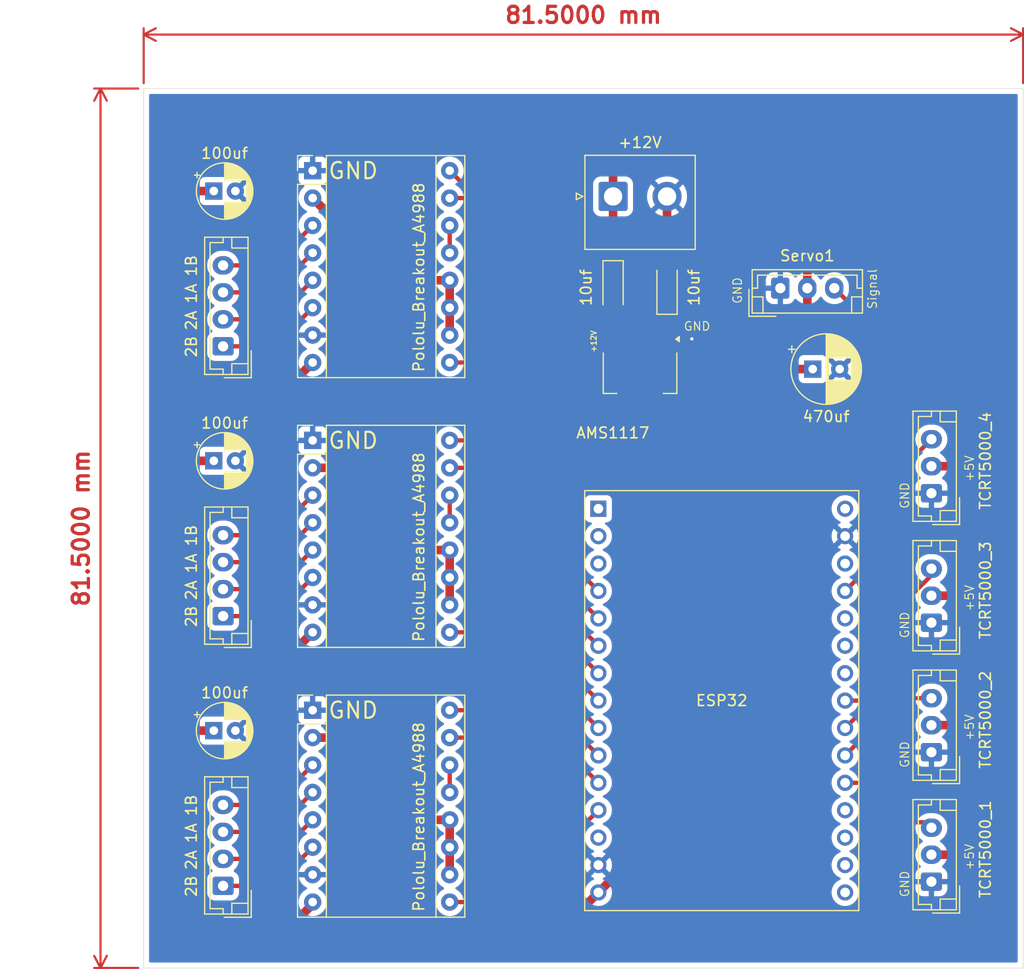
<source format=kicad_pcb>
(kicad_pcb (version 20240108) (generator "pcbnew") (generator_version "8.0")
  (layers (0 "F.Cu" signal) (31 "B.Cu" signal) (34 "B.Paste" user) (35 "F.Paste" user) (36 "B.SilkS" user "B.Silkscreen") (37 "F.SilkS" user "F.Silkscreen") (38 "B.Mask" user) (39 "F.Mask" user) (44 "Edge.Cuts" user))
  (net 0 "")
  (net 1 "+5V")
  (net 2 "Net-(A1-2B)")
  (net 3 "Net-(A1-1B)")
  (net 4 "GND")
  (net 5 "Net-(A1-1A)")
  (net 6 "Init 1")
  (net 7 "Init 2")
  (net 8 "Dir 1")
  (net 9 "Init 3")
  (net 10 "+12V")
  (net 11 "Net-(A1-2A)")
  (net 12 "Net-(A1-~{RESET})")
  (net 13 "Step 1")
  (net 14 "Net-(A2-1B)")
  (net 15 "Net-(A2-~{RESET})")
  (net 16 "Net-(A2-2B)")
  (net 18 "Net-(A2-2A)")
  (net 19 "Net-(A2-1A)")
  (net 20 "Step 2")
  (net 21 "Dir 2")
  (net 22 "Net-(A3-1B)")
  (net 23 "Net-(A3-2A)")
  (net 24 "Dir 3")
  (net 25 "Net-(A3-~{RESET})")
  (net 26 "Net-(A3-1A)")
  (net 27 "Step 3")
  (net 28 "Net-(A3-2B)")
  (net 31 "Cup 4")
  (net 34 "Cup 1")
  (net 38 "+3V3")
  (net 39 "Cup 3")
  (net 40 "Servo")
  (net 42 "Cup 2")
  (footprint "Connector_JST:JST_EH_B4B-EH-A_1x04_P2.50mm_Vertical" (layer "F.Cu") (at 40.36 62.39 90)
    (property "Reference" "JST1" (hide yes))
    (property "Value" "~" (hide yes))
    (pad "1" thru_hole roundrect (at 0 0 90) (size 1.7 1.95) (drill 0.95) (layers "*.Cu" "*.Mask") (roundrect_rratio 0.147059) (net 2 "Net-(A1-2B)"))
    (pad "2" thru_hole oval (at 2.5 0 90) (size 1.7 1.95) (drill 0.95) (layers "*.Cu" "*.Mask") (net 11 "Net-(A1-2A)"))
    (pad "3" thru_hole oval (at 5 0 90) (size 1.7 1.95) (drill 0.95) (layers "*.Cu" "*.Mask") (net 5 "Net-(A1-1A)"))
    (pad "4" thru_hole oval (at 7.5 0 90) (size 1.7 1.95) (drill 0.95) (layers "*.Cu" "*.Mask") (net 3 "Net-(A1-1B)"))
  )
  (footprint "Capacitor_Tantalum_SMD:CP_EIA-3216-18_Kemet-A_Pad1.58x1.35mm_HandSolder" (layer "F.Cu") (at 76.5 56.9375 -90)
    (property "Reference" "C1" (hide yes))
    (property "Value" "10uf" (at 0 2.5 90) (layer "F.SilkS"))
    (pad "1" smd roundrect (at -1.4375 0 270) (size 1.575 1.35) (layers "F.Cu" "F.Paste" "F.Mask") (roundrect_rratio 0.185185) (net 10 "+12V"))
    (pad "2" smd roundrect (at 1.4375 0 270) (size 1.575 1.35) (layers "F.Cu" "F.Paste" "F.Mask") (roundrect_rratio 0.185185) (net 4 "GND"))
  )
  (footprint "Module:Pololu_Breakout-16_15.2x20.3mm" (layer "F.Cu") (at 48.66 96.11)
    (property "Reference" "A3" (hide yes))
    (property "Value" "Pololu_Breakout_A4988" (at 9.84 9.89 90) (layer "F.SilkS"))
    (pad "1" thru_hole rect (at 0 0) (size 1.6 1.6) (drill 0.8) (layers "*.Cu" "*.Mask") (net 4 "GND"))
    (pad "2" thru_hole oval (at 0 2.54) (size 1.6 1.6) (drill 0.8) (layers "*.Cu" "*.Mask") (net 1 "+5V"))
    (pad "3" thru_hole oval (at 0 5.08) (size 1.6 1.6) (drill 0.8) (layers "*.Cu" "*.Mask") (net 22 "Net-(A3-1B)"))
    (pad "4" thru_hole oval (at 0 7.62) (size 1.6 1.6) (drill 0.8) (layers "*.Cu" "*.Mask") (net 26 "Net-(A3-1A)"))
    (pad "5" thru_hole oval (at 0 10.16) (size 1.6 1.6) (drill 0.8) (layers "*.Cu" "*.Mask") (net 23 "Net-(A3-2A)"))
    (pad "6" thru_hole oval (at 0 12.7) (size 1.6 1.6) (drill 0.8) (layers "*.Cu" "*.Mask") (net 28 "Net-(A3-2B)"))
    (pad "7" thru_hole oval (at 0 15.24) (size 1.6 1.6) (drill 0.8) (layers "*.Cu" "*.Mask") (net 4 "GND"))
    (pad "8" thru_hole oval (at 0 17.78) (size 1.6 1.6) (drill 0.8) (layers "*.Cu" "*.Mask") (net 10 "+12V"))
    (pad "9" thru_hole oval (at 12.7 17.78) (size 1.6 1.6) (drill 0.8) (layers "*.Cu" "*.Mask") (net 9 "Init 3"))
    (pad "10" thru_hole oval (at 12.7 15.24) (size 1.6 1.6) (drill 0.8) (layers "*.Cu" "*.Mask") (net 1 "+5V"))
    (pad "11" thru_hole oval (at 12.7 12.7) (size 1.6 1.6) (drill 0.8) (layers "*.Cu" "*.Mask") (net 1 "+5V"))
    (pad "12" thru_hole oval (at 12.7 10.16) (size 1.6 1.6) (drill 0.8) (layers "*.Cu" "*.Mask") (net 1 "+5V"))
    (pad "13" thru_hole oval (at 12.7 7.62) (size 1.6 1.6) (drill 0.8) (layers "*.Cu" "*.Mask") (net 25 "Net-(A3-~{RESET})"))
    (pad "14" thru_hole oval (at 12.7 5.08) (size 1.6 1.6) (drill 0.8) (layers "*.Cu" "*.Mask") (net 25 "Net-(A3-~{RESET})"))
    (pad "15" thru_hole oval (at 12.7 2.54) (size 1.6 1.6) (drill 0.8) (layers "*.Cu" "*.Mask") (net 27 "Step 3"))
    (pad "16" thru_hole oval (at 12.7 0) (size 1.6 1.6) (drill 0.8) (layers "*.Cu" "*.Mask") (net 24 "Dir 3"))
  )
  (footprint "Capacitor_Tantalum_SMD:CP_EIA-3216-18_Kemet-A_Pad1.58x1.35mm_HandSolder" (layer "F.Cu") (at 81.5 56.9375 90)
    (property "Reference" "C2" (hide yes))
    (property "Value" "10uf" (at 0 2.5 90) (layer "F.SilkS"))
    (pad "1" smd roundrect (at -1.4375 0 90) (size 1.575 1.35) (layers "F.Cu" "F.Paste" "F.Mask") (roundrect_rratio 0.185185) (net 1 "+5V"))
    (pad "2" smd roundrect (at 1.4375 0 90) (size 1.575 1.35) (layers "F.Cu" "F.Paste" "F.Mask") (roundrect_rratio 0.185185) (net 4 "GND"))
  )
  (footprint "Connector_JST:JST_EH_B3B-EH-A_1x03_P2.50mm_Vertical" (layer "F.Cu") (at 106 76 90)
    (property "Reference" "TCRT5000_4" (at 3 5 90) (layer "F.SilkS"))
    (property "Value" "~" (hide yes))
    (pad "1" thru_hole roundrect (at 0 0 90) (size 1.7 1.95) (drill 0.95) (layers "*.Cu" "*.Mask") (roundrect_rratio 0.147059) (net 4 "GND"))
    (pad "2" thru_hole oval (at 2.5 0 90) (size 1.7 1.95) (drill 0.95) (layers "*.Cu" "*.Mask") (net 1 "+5V"))
    (pad "3" thru_hole oval (at 5 0 90) (size 1.7 1.95) (drill 0.95) (layers "*.Cu" "*.Mask") (net 31 "Cup 4"))
  )
  (footprint "Capacitor_THT:CP_Radial_D5.0mm_P2.00mm" (layer "F.Cu") (at 39.5 48)
    (property "Reference" "C5" (hide yes))
    (property "Value" "100uf" (at 1 -3.5 0) (layer "F.SilkS"))
    (pad "1" thru_hole rect (at 0 0) (size 1.6 1.6) (drill 0.8) (layers "*.Cu" "*.Mask") (net 10 "+12V"))
    (pad "2" thru_hole circle (at 2 0) (size 1.6 1.6) (drill 0.8) (layers "*.Cu" "*.Mask") (net 4 "GND"))
  )
  (footprint "Connector_JST:JST_EH_B3B-EH-A_1x03_P2.50mm_Vertical" (layer "F.Cu") (at 92 57)
    (property "Reference" "Servo1" (at 2.5 -3 0) (layer "F.SilkS"))
    (property "Value" "~" (hide yes))
    (pad "1" thru_hole roundrect (at 0 0) (size 1.7 1.95) (drill 0.95) (layers "*.Cu" "*.Mask") (roundrect_rratio 0.147059) (net 4 "GND"))
    (pad "2" thru_hole oval (at 2.5 0) (size 1.7 1.95) (drill 0.95) (layers "*.Cu" "*.Mask") (net 1 "+5V"))
    (pad "3" thru_hole oval (at 5 0) (size 1.7 1.95) (drill 0.95) (layers "*.Cu" "*.Mask") (net 40 "Servo"))
  )
  (footprint "Connector_JST:JST_EH_B3B-EH-A_1x03_P2.50mm_Vertical" (layer "F.Cu") (at 106 88 90)
    (property "Reference" "TCRT5000_3" (at 3 5 90) (layer "F.SilkS"))
    (property "Value" "~" (hide yes))
    (pad "1" thru_hole roundrect (at 0 0 90) (size 1.7 1.95) (drill 0.95) (layers "*.Cu" "*.Mask") (roundrect_rratio 0.147059) (net 4 "GND"))
    (pad "2" thru_hole oval (at 2.5 0 90) (size 1.7 1.95) (drill 0.95) (layers "*.Cu" "*.Mask") (net 1 "+5V"))
    (pad "3" thru_hole oval (at 5 0 90) (size 1.7 1.95) (drill 0.95) (layers "*.Cu" "*.Mask") (net 39 "Cup 3"))
  )
  (footprint "Capacitor_THT:CP_Radial_D5.0mm_P2.00mm" (layer "F.Cu") (at 39.5 73)
    (property "Reference" "C3" (hide yes))
    (property "Value" "100uf" (at 1 -3.5 0) (layer "F.SilkS"))
    (pad "1" thru_hole rect (at 0 0) (size 1.6 1.6) (drill 0.8) (layers "*.Cu" "*.Mask") (net 10 "+12V"))
    (pad "2" thru_hole circle (at 2 0) (size 1.6 1.6) (drill 0.8) (layers "*.Cu" "*.Mask") (net 4 "GND"))
  )
  (footprint "RF_Module:ESP32-C3-DevKitM-1" (layer "F.Cu") (at 75.14 77.44)
    (property "Reference" "ESP1" (hide yes))
    (property "Value" "~" (hide yes))
    (fp_text user "ESP32" (at 11.43 17.78 0) (layer "F.SilkS"))
    (pad "1" thru_hole rect (at 0 0) (size 1.5 1.5) (drill 0.9) (layers "*.Cu" "*.Mask"))
    (pad "2" thru_hole circle (at 0 2.54) (size 1.5 1.5) (drill 0.9) (layers "*.Cu" "*.Mask"))
    (pad "3" thru_hole circle (at 0 5.08) (size 1.5 1.5) (drill 0.9) (layers "*.Cu" "*.Mask"))
    (pad "4" thru_hole circle (at 0 7.62) (size 1.5 1.5) (drill 0.9) (layers "*.Cu" "*.Mask") (net 8 "Dir 1"))
    (pad "5" thru_hole circle (at 0 10.16) (size 1.5 1.5) (drill 0.9) (layers "*.Cu" "*.Mask") (net 13 "Step 1"))
    (pad "6" thru_hole circle (at 0 12.7) (size 1.5 1.5) (drill 0.9) (layers "*.Cu" "*.Mask") (net 6 "Init 1"))
    (pad "7" thru_hole circle (at 0 15.24) (size 1.5 1.5) (drill 0.9) (layers "*.Cu" "*.Mask") (net 21 "Dir 2"))
    (pad "8" thru_hole circle (at 0 17.78) (size 1.5 1.5) (drill 0.9) (layers "*.Cu" "*.Mask") (net 20 "Step 2"))
    (pad "9" thru_hole circle (at 0 20.32) (size 1.5 1.5) (drill 0.9) (layers "*.Cu" "*.Mask") (net 7 "Init 2"))
    (pad "10" thru_hole circle (at 0 22.86) (size 1.5 1.5) (drill 0.9) (layers "*.Cu" "*.Mask") (net 24 "Dir 3"))
    (pad "11" thru_hole circle (at 0 25.4) (size 1.5 1.5) (drill 0.9) (layers "*.Cu" "*.Mask") (net 27 "Step 3"))
    (pad "12" thru_hole circle (at 0 27.94) (size 1.5 1.5) (drill 0.9) (layers "*.Cu" "*.Mask") (net 9 "Init 3"))
    (pad "13" thru_hole circle (at 0 30.48) (size 1.5 1.5) (drill 0.9) (layers "*.Cu" "*.Mask"))
    (pad "14" thru_hole circle (at 0 33.02) (size 1.5 1.5) (drill 0.9) (layers "*.Cu" "*.Mask") (net 4 "GND"))
    (pad "15" thru_hole circle (at 0 35.56) (size 1.5 1.5) (drill 0.9) (layers "*.Cu" "*.Mask") (net 1 "+5V"))
    (pad "16" thru_hole circle (at 22.86 35.56) (size 1.5 1.5) (drill 0.9) (layers "*.Cu" "*.Mask"))
    (pad "17" thru_hole circle (at 22.86 33.02) (size 1.5 1.5) (drill 0.9) (layers "*.Cu" "*.Mask"))
    (pad "18" thru_hole circle (at 22.86 30.48) (size 1.5 1.5) (drill 0.9) (layers "*.Cu" "*.Mask"))
    (pad "19" thru_hole circle (at 22.86 27.94) (size 1.5 1.5) (drill 0.9) (layers "*.Cu" "*.Mask"))
    (pad "20" thru_hole circle (at 22.86 25.4) (size 1.5 1.5) (drill 0.9) (layers "*.Cu" "*.Mask") (net 34 "Cup 1"))
    (pad "21" thru_hole circle (at 22.86 22.86) (size 1.5 1.5) (drill 0.9) (layers "*.Cu" "*.Mask") (net 42 "Cup 2"))
    (pad "22" thru_hole circle (at 22.86 20.32) (size 1.5 1.5) (drill 0.9) (layers "*.Cu" "*.Mask") (net 39 "Cup 3"))
    (pad "23" thru_hole circle (at 22.86 17.78) (size 1.5 1.5) (drill 0.9) (layers "*.Cu" "*.Mask") (net 31 "Cup 4"))
    (pad "24" thru_hole circle (at 22.86 15.24) (size 1.5 1.5) (drill 0.9) (layers "*.Cu" "*.Mask"))
    (pad "25" thru_hole circle (at 22.86 12.7) (size 1.5 1.5) (drill 0.9) (layers "*.Cu" "*.Mask"))
    (pad "26" thru_hole circle (at 22.86 10.16) (size 1.5 1.5) (drill 0.9) (layers "*.Cu" "*.Mask"))
    (pad "27" thru_hole circle (at 22.86 7.62) (size 1.5 1.5) (drill 0.9) (layers "*.Cu" "*.Mask") (net 40 "Servo"))
    (pad "28" thru_hole circle (at 22.86 5.08) (size 1.5 1.5) (drill 0.9) (layers "*.Cu" "*.Mask"))
    (pad "29" thru_hole circle (at 22.86 2.54) (size 1.5 1.5) (drill 0.9) (layers "*.Cu" "*.Mask") (net 4 "GND"))
    (pad "30" thru_hole circle (at 22.86 0) (size 1.5 1.5) (drill 0.9) (layers "*.Cu" "*.Mask") (net 38 "+3V3"))
  )
  (footprint "Connector_JST:JST_EH_B3B-EH-A_1x03_P2.50mm_Vertical" (layer "F.Cu") (at 106 100 90)
    (property "Reference" "TCRT5000_2" (at 3 5 90) (layer "F.SilkS"))
    (property "Value" "~" (hide yes))
    (pad "1" thru_hole roundrect (at 0 0 90) (size 1.7 1.95) (drill 0.95) (layers "*.Cu" "*.Mask") (roundrect_rratio 0.147059) (net 4 "GND"))
    (pad "2" thru_hole oval (at 2.5 0 90) (size 1.7 1.95) (drill 0.95) (layers "*.Cu" "*.Mask") (net 1 "+5V"))
    (pad "3" thru_hole oval (at 5 0 90) (size 1.7 1.95) (drill 0.95) (layers "*.Cu" "*.Mask") (net 42 "Cup 2"))
  )
  (footprint "Module:Pololu_Breakout-16_15.2x20.3mm" (layer "F.Cu") (at 48.66 71.11)
    (property "Reference" "A2" (hide yes))
    (property "Value" "Pololu_Breakout_A4988" (at 9.84 9.89 90) (layer "F.SilkS"))
    (pad "1" thru_hole rect (at 0 0) (size 1.6 1.6) (drill 0.8) (layers "*.Cu" "*.Mask") (net 4 "GND"))
    (pad "2" thru_hole oval (at 0 2.54) (size 1.6 1.6) (drill 0.8) (layers "*.Cu" "*.Mask") (net 1 "+5V"))
    (pad "3" thru_hole oval (at 0 5.08) (size 1.6 1.6) (drill 0.8) (layers "*.Cu" "*.Mask") (net 14 "Net-(A2-1B)"))
    (pad "4" thru_hole oval (at 0 7.62) (size 1.6 1.6) (drill 0.8) (layers "*.Cu" "*.Mask") (net 19 "Net-(A2-1A)"))
    (pad "5" thru_hole oval (at 0 10.16) (size 1.6 1.6) (drill 0.8) (layers "*.Cu" "*.Mask") (net 18 "Net-(A2-2A)"))
    (pad "6" thru_hole oval (at 0 12.7) (size 1.6 1.6) (drill 0.8) (layers "*.Cu" "*.Mask") (net 16 "Net-(A2-2B)"))
    (pad "7" thru_hole oval (at 0 15.24) (size 1.6 1.6) (drill 0.8) (layers "*.Cu" "*.Mask") (net 4 "GND"))
    (pad "8" thru_hole oval (at 0 17.78) (size 1.6 1.6) (drill 0.8) (layers "*.Cu" "*.Mask") (net 10 "+12V"))
    (pad "9" thru_hole oval (at 12.7 17.78) (size 1.6 1.6) (drill 0.8) (layers "*.Cu" "*.Mask") (net 7 "Init 2"))
    (pad "10" thru_hole oval (at 12.7 15.24) (size 1.6 1.6) (drill 0.8) (layers "*.Cu" "*.Mask") (net 1 "+5V"))
    (pad "11" thru_hole oval (at 12.7 12.7) (size 1.6 1.6) (drill 0.8) (layers "*.Cu" "*.Mask") (net 1 "+5V"))
    (pad "12" thru_hole oval (at 12.7 10.16) (size 1.6 1.6) (drill 0.8) (layers "*.Cu" "*.Mask") (net 1 "+5V"))
    (pad "13" thru_hole oval (at 12.7 7.62) (size 1.6 1.6) (drill 0.8) (layers "*.Cu" "*.Mask") (net 15 "Net-(A2-~{RESET})"))
    (pad "14" thru_hole oval (at 12.7 5.08) (size 1.6 1.6) (drill 0.8) (layers "*.Cu" "*.Mask") (net 15 "Net-(A2-~{RESET})"))
    (pad "15" thru_hole oval (at 12.7 2.54) (size 1.6 1.6) (drill 0.8) (layers "*.Cu" "*.Mask") (net 20 "Step 2"))
    (pad "16" thru_hole oval (at 12.7 0) (size 1.6 1.6) (drill 0.8) (layers "*.Cu" "*.Mask") (net 21 "Dir 2"))
  )
  (footprint "Connector_JST:JST_EH_B4B-EH-A_1x04_P2.50mm_Vertical" (layer "F.Cu") (at 40.36 87.39 90)
    (property "Reference" "JST2" (hide yes))
    (property "Value" "~" (hide yes))
    (pad "1" thru_hole roundrect (at 0 0 90) (size 1.7 1.95) (drill 0.95) (layers "*.Cu" "*.Mask") (roundrect_rratio 0.147059) (net 16 "Net-(A2-2B)"))
    (pad "2" thru_hole oval (at 2.5 0 90) (size 1.7 1.95) (drill 0.95) (layers "*.Cu" "*.Mask") (net 18 "Net-(A2-2A)"))
    (pad "3" thru_hole oval (at 5 0 90) (size 1.7 1.95) (drill 0.95) (layers "*.Cu" "*.Mask") (net 19 "Net-(A2-1A)"))
    (pad "4" thru_hole oval (at 7.5 0 90) (size 1.7 1.95) (drill 0.95) (layers "*.Cu" "*.Mask") (net 14 "Net-(A2-1B)"))
  )
  (footprint "Module:Pololu_Breakout-16_15.2x20.3mm" (layer "F.Cu") (at 48.66 46.11)
    (property "Reference" "A1" (hide yes))
    (property "Value" "Pololu_Breakout_A4988" (at 9.84 9.89 90) (layer "F.SilkS"))
    (pad "1" thru_hole rect (at 0 0) (size 1.6 1.6) (drill 0.8) (layers "*.Cu" "*.Mask") (net 4 "GND"))
    (pad "2" thru_hole oval (at 0 2.54) (size 1.6 1.6) (drill 0.8) (layers "*.Cu" "*.Mask") (net 1 "+5V"))
    (pad "3" thru_hole oval (at 0 5.08) (size 1.6 1.6) (drill 0.8) (layers "*.Cu" "*.Mask") (net 3 "Net-(A1-1B)"))
    (pad "4" thru_hole oval (at 0 7.62) (size 1.6 1.6) (drill 0.8) (layers "*.Cu" "*.Mask") (net 5 "Net-(A1-1A)"))
    (pad "5" thru_hole oval (at 0 10.16) (size 1.6 1.6) (drill 0.8) (layers "*.Cu" "*.Mask") (net 11 "Net-(A1-2A)"))
    (pad "6" thru_hole oval (at 0 12.7) (size 1.6 1.6) (drill 0.8) (layers "*.Cu" "*.Mask") (net 2 "Net-(A1-2B)"))
    (pad "7" thru_hole oval (at 0 15.24) (size 1.6 1.6) (drill 0.8) (layers "*.Cu" "*.Mask") (net 4 "GND"))
    (pad "8" thru_hole oval (at 0 17.78) (size 1.6 1.6) (drill 0.8) (layers "*.Cu" "*.Mask") (net 10 "+12V"))
    (pad "9" thru_hole oval (at 12.7 17.78) (size 1.6 1.6) (drill 0.8) (layers "*.Cu" "*.Mask") (net 6 "Init 1"))
    (pad "10" thru_hole oval (at 12.7 15.24) (size 1.6 1.6) (drill 0.8) (layers "*.Cu" "*.Mask") (net 1 "+5V"))
    (pad "11" thru_hole oval (at 12.7 12.7) (size 1.6 1.6) (drill 0.8) (layers "*.Cu" "*.Mask") (net 1 "+5V"))
    (pad "12" thru_hole oval (at 12.7 10.16) (size 1.6 1.6) (drill 0.8) (layers "*.Cu" "*.Mask") (net 1 "+5V"))
    (pad "13" thru_hole oval (at 12.7 7.62) (size 1.6 1.6) (drill 0.8) (layers "*.Cu" "*.Mask") (net 12 "Net-(A1-~{RESET})"))
    (pad "14" thru_hole oval (at 12.7 5.08) (size 1.6 1.6) (drill 0.8) (layers "*.Cu" "*.Mask") (net 12 "Net-(A1-~{RESET})"))
    (pad "15" thru_hole oval (at 12.7 2.54) (size 1.6 1.6) (drill 0.8) (layers "*.Cu" "*.Mask") (net 13 "Step 1"))
    (pad "16" thru_hole oval (at 12.7 0) (size 1.6 1.6) (drill 0.8) (layers "*.Cu" "*.Mask") (net 8 "Dir 1"))
  )
  (footprint "Connector_JST:JST_NV_B02P-NV_1x02_P5.00mm_Vertical" (layer "F.Cu") (at 76.5 48.5)
    (property "Reference" "Connector1" (hide yes))
    (property "Value" "~" (hide yes))
    (fp_text user "+12V" (at 2.5 -5 0) (layer "F.SilkS"))
    (pad "1" thru_hole roundrect (at 0 0) (size 2.7 2.7) (drill 1.7) (layers "*.Cu" "*.Mask") (roundrect_rratio 0.092593) (net 10 "+12V"))
    (pad "2" thru_hole circle (at 5 0) (size 2.7 2.7) (drill 1.7) (layers "*.Cu" "*.Mask") (net 4 "GND"))
  )
  (footprint "Package_TO_SOT_SMD:SOT-223-3_TabPin2" (layer "F.Cu") (at 79 64.85 -90)
    (property "Reference" "U1" (hide yes))
    (property "Value" "AMS1117-5.0" (hide yes))
    (pad "1" smd roundrect (at -3.15 -2.3 270) (size 2 1.5) (layers "F.Cu" "F.Paste" "F.Mask") (net 4 "GND"))
    (pad "2" smd roundrect (at -3.15 0 270) (size 2 1.5) (layers "F.Cu" "F.Paste" "F.Mask") (net 1 "+5V"))
    (pad "2" smd roundrect (at 3.15 0 270) (size 2 3.8) (layers "F.Cu" "F.Paste" "F.Mask") (net 1 "+5V"))
    (pad "3" smd roundrect (at -3.15 2.3 270) (size 2 1.5) (layers "F.Cu" "F.Paste" "F.Mask") (net 10 "+12V"))
  )
  (footprint "Connector_JST:JST_EH_B3B-EH-A_1x03_P2.50mm_Vertical" (layer "F.Cu") (at 106 112 90)
    (property "Reference" "TCRT5000_1" (at 3 5 90) (layer "F.SilkS"))
    (property "Value" "~" (hide yes))
    (pad "1" thru_hole roundrect (at 0 0 90) (size 1.7 1.95) (drill 0.95) (layers "*.Cu" "*.Mask") (roundrect_rratio 0.147059) (net 4 "GND"))
    (pad "2" thru_hole oval (at 2.5 0 90) (size 1.7 1.95) (drill 0.95) (layers "*.Cu" "*.Mask") (net 1 "+5V"))
    (pad "3" thru_hole oval (at 5 0 90) (size 1.7 1.95) (drill 0.95) (layers "*.Cu" "*.Mask") (net 34 "Cup 1"))
  )
  (footprint "Connector_JST:JST_EH_B4B-EH-A_1x04_P2.50mm_Vertical" (layer "F.Cu") (at 40.36 112.39 90)
    (property "Reference" "JST3" (hide yes))
    (property "Value" "~" (hide yes))
    (pad "1" thru_hole roundrect (at 0 0 90) (size 1.7 1.95) (drill 0.95) (layers "*.Cu" "*.Mask") (roundrect_rratio 0.147059) (net 28 "Net-(A3-2B)"))
    (pad "2" thru_hole oval (at 2.5 0 90) (size 1.7 1.95) (drill 0.95) (layers "*.Cu" "*.Mask") (net 23 "Net-(A3-2A)"))
    (pad "3" thru_hole oval (at 5 0 90) (size 1.7 1.95) (drill 0.95) (layers "*.Cu" "*.Mask") (net 26 "Net-(A3-1A)"))
    (pad "4" thru_hole oval (at 7.5 0 90) (size 1.7 1.95) (drill 0.95) (layers "*.Cu" "*.Mask") (net 22 "Net-(A3-1B)"))
  )
  (footprint "Capacitor_THT:CP_Radial_D5.0mm_P2.00mm" (layer "F.Cu") (at 39.5 98)
    (property "Reference" "C4" (hide yes))
    (property "Value" "100uf" (at 1 -3.5 0) (layer "F.SilkS"))
    (pad "1" thru_hole rect (at 0 0) (size 1.6 1.6) (drill 0.8) (layers "*.Cu" "*.Mask") (net 10 "+12V"))
    (pad "2" thru_hole circle (at 2 0) (size 1.6 1.6) (drill 0.8) (layers "*.Cu" "*.Mask") (net 4 "GND"))
  )
  (footprint "Capacitor_THT:CP_Radial_D6.3mm_P2.50mm" (layer "F.Cu") (at 95 64.5)
    (property "Reference" "C6" (hide yes))
    (property "Value" "470uf" (at 1.25 4.4 0) (layer "F.SilkS"))
    (pad "1" thru_hole rect (at 0 0) (size 1.6 1.6) (drill 0.8) (layers "*.Cu" "*.Mask") (net 1 "+5V"))
    (pad "2" thru_hole circle (at 2.5 0) (size 1.6 1.6) (drill 0.8) (layers "*.Cu" "*.Mask") (net 4 "GND"))
  )
  (gr_rect (start 33 38.5) (end 114.5 120) (stroke (width 0.05)) (fill none) (layer "Edge.Cuts"))
  (gr_text "2B" (at 38 88.5 90) (layer "F.SilkS") (effects (font (size 1 1)) (justify left bottom)))
  (gr_text "2A\n" (at 38 86 90) (layer "F.SilkS") (effects (font (size 1 1)) (justify left bottom)))
  (gr_text "2B" (at 38 63.5 90) (layer "F.SilkS") (effects (font (size 1 1)) (justify left bottom)))
  (gr_text "GND" (at 50 72 0) (layer "F.SilkS") (effects (font (size 1.5 1.5) (thickness 0.2)) (justify left bottom)))
  (gr_text "1B" (at 38 56 90) (layer "F.SilkS") (effects (font (size 1 1)) (justify left bottom)))
  (gr_text "1A" (at 38 83.5 90) (layer "F.SilkS") (effects (font (size 1 1)) (justify left bottom)))
  (gr_text "+5V" (at 110 75 90) (layer "F.SilkS") (effects (font (size 0.8 0.8) (thickness 0.1)) (justify left bottom)))
  (gr_text "GND" (at 88.5 58.5 90) (layer "F.SilkS") (effects (font (size 0.8 0.8) (thickness 0.1)) (justify left bottom)))
  (gr_text "+5V" (at 110 111 90) (layer "F.SilkS") (effects (font (size 0.8 0.8) (thickness 0.1)) (justify left bottom)))
  (gr_text "2A\n" (at 38 61 90) (layer "F.SilkS") (effects (font (size 1 1)) (justify left bottom)))
  (gr_text "1A" (at 38 58.5 90) (layer "F.SilkS") (effects (font (size 1 1)) (justify left bottom)))
  (gr_text "1B" (at 38 106 90) (layer "F.SilkS") (effects (font (size 1 1)) (justify left bottom)))
  (gr_text "GND" (at 104 113.5 90) (layer "F.SilkS") (effects (font (size 0.8 0.8) (thickness 0.1)) (justify left bottom)))
  (gr_text "GND" (at 83 61 0) (layer "F.SilkS") (effects (font (size 0.8 0.8) (thickness 0.1)) (justify left bottom)))
  (gr_text "2B" (at 38 113.5 90) (layer "F.SilkS") (effects (font (size 1 1)) (justify left bottom)))
  (gr_text "GND" (at 104 101.5 90) (layer "F.SilkS") (effects (font (size 0.8 0.8) (thickness 0.1)) (justify left bottom)))
  (gr_text "1A" (at 38 108.5 90) (layer "F.SilkS") (effects (font (size 1 1)) (justify left bottom)))
  (gr_text "GND" (at 104 77.5 90) (layer "F.SilkS") (effects (font (size 0.8 0.8) (thickness 0.1)) (justify left bottom)))
  (gr_text "1B" (at 38 81 90) (layer "F.SilkS") (effects (font (size 1 1)) (justify left bottom)))
  (gr_text "AMS1117" (at 73 71 0) (layer "F.SilkS") (effects (font (size 1 1)) (justify left bottom)))
  (gr_text "GND" (at 50 47 0) (layer "F.SilkS") (effects (font (size 1.5 1.5) (thickness 0.2)) (justify left bottom)))
  (gr_text "Signal" (at 101 59 90) (layer "F.SilkS") (effects (font (size 0.8 0.8) (thickness 0.1)) (justify left bottom)))
  (gr_text "GND" (at 50 97 0) (layer "F.SilkS") (effects (font (size 1.5 1.5) (thickness 0.2)) (justify left bottom)))
  (gr_text "+12V" (at 75 63 90) (layer "F.SilkS") (effects (font (size 0.5 0.5) (thickness 0.1)) (justify left bottom)))
  (gr_text "+5V" (at 110 99 90) (layer "F.SilkS") (effects (font (size 0.8 0.8) (thickness 0.1)) (justify left bottom)))
  (gr_text "+5V" (at 110 87 90) (layer "F.SilkS") (effects (font (size 0.8 0.8) (thickness 0.1)) (justify left bottom)))
  (gr_text "GND" (at 104 89.5 90) (layer "F.SilkS") (effects (font (size 0.8 0.8) (thickness 0.1)) (justify left bottom)))
  (gr_text "2A\n" (at 38 111 90) (layer "F.SilkS") (effects (font (size 1 1)) (justify left bottom)))
  (dimension (type aligned) (layer "F.Cu") (pts (xy 33 38.5) (xy 114.5 38.5)) (height -5) (gr_text "81,5000 mm" (at 73.75 31.7 0) (layer "F.Cu") (effects (font (size 1.5 1.5) (thickness 0.3)))) (format (prefix "") (suffix "") (units 3) (units_format 1) (precision 4)) (style (thickness 0.2) (arrow_length 1.27) (text_position_mode 0) (extension_height 0.58642) (extension_offset 0.5) keep_text_aligned))
  (dimension (type aligned) (layer "F.Cu") (pts (xy 33 38.5) (xy 33 120)) (height 3.999999) (gr_text "81,5000 mm" (at 27.200001 79.25 90) (layer "F.Cu") (effects (font (size 1.5 1.5) (thickness 0.3)))) (format (prefix "") (suffix "") (units 3) (units_format 1) (precision 4)) (style (thickness 0.2) (arrow_length 1.27) (text_position_mode 0) (extension_height 0.58642) (extension_offset 0.5) keep_text_aligned))
  (segment (start 106 85.5) (end 108.5 85.5) (width 0.8) (layer "F.Cu") (net 1))
  (segment (start 95 64.5) (end 85 64.5) (width 0.8) (layer "F.Cu") (net 1))
  (segment (start 96 54) (end 94.5 55.5) (width 0.8) (layer "F.Cu") (net 1))
  (segment (start 79 68) (end 79 61.7) (width 0.8) (layer "F.Cu") (net 1))
  (segment (start 109.5 84.5) (end 109.5 83) (width 0.8) (layer "F.Cu") (net 1))
  (segment (start 57.73 106.27) (end 61.36 106.27) (width 0.8) (layer "F.Cu") (net 1))
  (segment (start 55 116.5) (end 55 109) (width 0.8) (layer "F.Cu") (net 1))
  (segment (start 61.36 108.81) (end 61.36 106.27) (width 0.8) (layer "F.Cu") (net 1))
  (segment (start 61.36 86.35) (end 61.36 83.81) (width 0.8) (layer "F.Cu") (net 1))
  (segment (start 89 64.5) (end 94.5 59) (width 0.8) (layer "F.Cu") (net 1))
  (segment (start 109.5 106.5) (end 109.5 108.5) (width 0.8) (layer "F.Cu") (net 1))
  (segment (start 81.5 58.375) (end 79 60.875) (width 0.8) (layer "F.Cu") (net 1))
  (segment (start 109.5 96.5) (end 109.5 95) (width 0.8) (layer "F.Cu") (net 1))
  (segment (start 109.5 72.5) (end 109.5 71) (width 0.8) (layer "F.Cu") (net 1))
  (segment (start 55 102.5) (end 55 83.5) (width 0.8) (layer "F.Cu") (net 1))
  (segment (start 55 77.5) (end 51.15 73.65) (width 0.8) (layer "F.Cu") (net 1))
  (segment (start 55 83.5) (end 55 77.5) (width 0.8) (layer "F.Cu") (net 1))
  (segment (start 109.5 56) (end 107.5 54) (width 0.8) (layer "F.Cu") (net 1))
  (segment (start 55 109) (end 57.73 106.27) (width 0.8) (layer "F.Cu") (net 1))
  (segment (start 109.5 71) (end 109.5 83) (width 0.8) (layer "F.Cu") (net 1))
  (segment (start 55 60.5) (end 55 59) (width 0.8) (layer "F.Cu") (net 1))
  (segment (start 55 102.5) (end 51.15 98.65) (width 0.8) (layer "F.Cu") (net 1))
  (segment (start 55 59) (end 57.73 56.27) (width 0.8) (layer "F.Cu") (net 1))
  (segment (start 109.5 71) (end 109.5 56) (width 0.8) (layer "F.Cu") (net 1))
  (segment (start 55 54.99) (end 48.66 48.65) (width 0.8) (layer "F.Cu") (net 1))
  (segment (start 61.36 83.81) (end 61.36 81.27) (width 0.8) (layer "F.Cu") (net 1))
  (segment (start 55 77.5) (end 55 60.5) (width 0.8) (layer "F.Cu") (net 1))
  (segment (start 94.5 55.5) (end 94.5 57) (width 0.8) (layer "F.Cu") (net 1))
  (segment (start 108.5 109.5) (end 106 109.5) (width 0.8) (layer "F.Cu") (net 1))
  (segment (start 79 68) (end 81.5 68) (width 0.8) (layer "F.Cu") (net 1))
  (segment (start 108.5 85.5) (end 109.5 84.5) (width 0.8) (layer "F.Cu") (net 1))
  (segment (start 61.36 111.35) (end 61.36 108.81) (width 0.8) (layer "F.Cu") (net 1))
  (segment (start 79 109.14) (end 75.14 113) (width 0.8) (layer "F.Cu") (net 1))
  (segment (start 85 64.5) (end 81.5 68) (width 0.8) (layer "F.Cu") (net 1))
  (segment (start 71.64 116.5) (end 55 116.5) (width 0.8) (layer "F.Cu") (net 1))
  (segment (start 106 97.5) (end 108.5 97.5) (width 0.8) (layer "F.Cu") (net 1))
  (segment (start 57.23 81.27) (end 61.36 81.27) (width 0.8) (layer "F.Cu") (net 1))
  (segment (start 55 59) (end 55 54.99) (width 0.8) (layer "F.Cu") (net 1))
  (segment (start 61.36 61.35) (end 61.36 58.81) (width 0.8) (layer "F.Cu") (net 1))
  (segment (start 55 83.5) (end 57.23 81.27) (width 0.8) (layer "F.Cu") (net 1))
  (segment (start 109.5 108.5) (end 108.5 109.5) (width 0.8) (layer "F.Cu") (net 1))
  (segment (start 75.14 113) (end 71.64 116.5) (width 0.8) (layer "F.Cu") (net 1))
  (segment (start 108.5 73.5) (end 109.5 72.5) (width 0.8) (layer "F.Cu") (net 1))
  (segment (start 61.36 58.81) (end 61.36 56.27) (width 0.8) (layer "F.Cu") (net 1))
  (segment (start 79 68) (end 79 109.14) (width 0.8) (layer "F.Cu") (net 1))
  (segment (start 57.73 56.27) (end 61.36 56.27) (width 0.8) (layer "F.Cu") (net 1))
  (segment (start 79 60.875) (end 79 61.7) (width 0.8) (layer "F.Cu") (net 1))
  (segment (start 51.15 73.65) (end 48.66 73.65) (width 0.8) (layer "F.Cu") (net 1))
  (segment (start 109.5 83) (end 109.5 95) (width 0.8) (layer "F.Cu") (net 1))
  (segment (start 94.5 59) (end 94.5 57) (width 0.8) (layer "F.Cu") (net 1))
  (segment (start 51.15 98.65) (end 48.66 98.65) (width 0.8) (layer "F.Cu") (net 1))
  (segment (start 106 73.5) (end 108.5 73.5) (width 0.8) (layer "F.Cu") (net 1))
  (segment (start 108.5 97.5) (end 109.5 96.5) (width 0.8) (layer "F.Cu") (net 1))
  (segment (start 85 64.5) (end 89 64.5) (width 0.8) (layer "F.Cu") (net 1))
  (segment (start 109.5 95) (end 109.5 107) (width 0.8) (layer "F.Cu") (net 1))
  (segment (start 55 109) (end 55 102.5) (width 0.8) (layer "F.Cu") (net 1))
  (segment (start 107.5 54) (end 96 54) (width 0.8) (layer "F.Cu") (net 1))
  (segment (start 45.08 62.39) (end 48.66 58.81) (width 0.4) (layer "F.Cu") (net 2))
  (segment (start 40.36 62.39) (end 45.08 62.39) (width 0.4) (layer "F.Cu") (net 2))
  (segment (start 44.96 54.89) (end 48.66 51.19) (width 0.4) (layer "F.Cu") (net 3))
  (segment (start 40.36 54.89) (end 44.96 54.89) (width 0.4) (layer "F.Cu") (net 3))
  (segment (start 78.625 58.375) (end 81.5 55.5) (width 0.8) (layer "F.Cu") (net 4))
  (segment (start 76.5 58.375) (end 78.625 58.375) (width 0.8) (layer "F.Cu") (net 4))
  (segment (start 92 57.5) (end 92 57) (width 0.8) (layer "F.Cu") (net 4))
  (segment (start 81.5 48.5) (end 81.5 55.5) (width 0.8) (layer "F.Cu") (net 4))
  (segment (start 83.8 61.7) (end 81.3 61.7) (width 0.8) (layer "F.Cu") (net 4))
  (via (at 83.8 61.7) (size 0.6) (drill 0.3) (layers "F.Cu" "B.Cu") (net 4))
  (segment (start 45 57.39) (end 48.66 53.73) (width 0.4) (layer "F.Cu") (net 5))
  (segment (start 40.36 57.39) (end 45 57.39) (width 0.4) (layer "F.Cu") (net 5))
  (segment (start 65.14 63.89) (end 69.5 68.25) (width 0.4) (layer "F.Cu") (net 6))
  (segment (start 61.36 63.89) (end 65.14 63.89) (width 0.4) (layer "F.Cu") (net 6))
  (segment (start 69.5 84.5) (end 75.14 90.14) (width 0.4) (layer "F.Cu") (net 6))
  (segment (start 69.5 68.25) (end 69.5 84.5) (width 0.4) (layer "F.Cu") (net 6))
  (segment (start 66.27 88.89) (end 75.14 97.76) (width 0.4) (layer "F.Cu") (net 7))
  (segment (start 61.36 88.89) (end 66.27 88.89) (width 0.4) (layer "F.Cu") (net 7))
  (segment (start 61.36 46.11) (end 71.5 56.25) (width 0.4) (layer "F.Cu") (net 8))
  (segment (start 71.5 81.42) (end 75.14 85.06) (width 0.4) (layer "F.Cu") (net 8))
  (segment (start 71.5 56.25) (end 71.5 81.42) (width 0.4) (layer "F.Cu") (net 8))
  (segment (start 61.36 113.89) (end 66.63 113.89) (width 0.4) (layer "F.Cu") (net 9))
  (segment (start 66.63 113.89) (end 75.14 105.38) (width 0.4) (layer "F.Cu") (net 9))
  (segment (start 75.225 56.775) (end 75.225 60.225) (width 0.8) (layer "F.Cu") (net 10))
  (segment (start 36.36 66) (end 36.36 73) (width 0.8) (layer "F.Cu") (net 10))
  (segment (start 76.5 48.5) (end 76.5 55.5) (width 0.8) (layer "F.Cu") (net 10))
  (segment (start 46.25 116.5) (end 48.66 114.09) (width 0.8) (layer "F.Cu") (net 10))
  (segment (start 76.5 48.5) (end 76.5 46.5) (width 0.8) (layer "F.Cu") (net 10))
  (segment (start 36.36 89.89) (end 36.36 91) (width 0.8) (layer "F.Cu") (net 10))
  (segment (start 72 42) (end 39.25 42) (width 0.8) (layer "F.Cu") (net 10))
  (segment (start 36.36 98) (end 36.36 114.89) (width 0.8) (layer "F.Cu") (net 10))
  (segment (start 36.36 44.89) (end 36.36 48) (width 0.8) (layer "F.Cu") (net 10))
  (segment (start 37.97 116.5) (end 46.25 116.5) (width 0.8) (layer "F.Cu") (net 10))
  (segment (start 39.5 91) (end 46.55 91) (width 0.8) (layer "F.Cu") (net 10))
  (segment (start 46.55 66) (end 48.66 63.89) (width 0.8) (layer "F.Cu") (net 10))
  (segment (start 36.36 73) (end 39.5 73) (width 0.8) (layer "F.Cu") (net 10))
  (segment (start 46.55 91) (end 48.66 88.89) (width 0.8) (layer "F.Cu") (net 10))
  (segment (start 36.36 65.39) (end 36.36 66) (width 0.8) (layer "F.Cu") (net 10))
  (segment (start 36.36 91) (end 36.36 98) (width 0.8) (layer "F.Cu") (net 10))
  (segment (start 39.25 42) (end 36.36 44.89) (width 0.8) (layer "F.Cu") (net 10))
  (segment (start 36.36 91) (end 39.5 91) (width 0.8) (layer "F.Cu") (net 10))
  (segment (start 36.36 98) (end 39.5 98) (width 0.8) (layer "F.Cu") (net 10))
  (segment (start 76.5 46.5) (end 72 42) (width 0.8) (layer "F.Cu") (net 10))
  (segment (start 39 66) (end 46.55 66) (width 0.8) (layer "F.Cu") (net 10))
  (segment (start 75.225 60.225) (end 76.7 61.7) (width 0.8) (layer "F.Cu") (net 10))
  (segment (start 36.36 48) (end 39.5 48) (width 0.8) (layer "F.Cu") (net 10))
  (segment (start 36.36 114.89) (end 37.97 116.5) (width 0.8) (layer "F.Cu") (net 10))
  (segment (start 36.36 66) (end 39 66) (width 0.8) (layer "F.Cu") (net 10))
  (segment (start 36.36 73) (end 36.36 89.89) (width 0.8) (layer "F.Cu") (net 10))
  (segment (start 76.5 55.5) (end 75.225 56.775) (width 0.8) (layer "F.Cu") (net 10))
  (segment (start 36.36 48) (end 36.36 65.39) (width 0.8) (layer "F.Cu") (net 10))
  (segment (start 48.66 114.09) (end 48.66 113.89) (width 0.8) (layer "F.Cu") (net 10))
  (segment (start 40.36 59.89) (end 45.04 59.89) (width 0.4) (layer "F.Cu") (net 11))
  (segment (start 45.04 59.89) (end 48.66 56.27) (width 0.4) (layer "F.Cu") (net 11))
  (segment (start 61.36 51.19) (end 61.36 53.73) (width 0.4) (layer "F.Cu") (net 12))
  (segment (start 70.5 82.96) (end 75.14 87.6) (width 0.4) (layer "F.Cu") (net 13))
  (segment (start 70.5 56.5) (end 70.5 82.96) (width 0.4) (layer "F.Cu") (net 13))
  (segment (start 61.36 48.65) (end 62.65 48.65) (width 0.4) (layer "F.Cu") (net 13))
  (segment (start 62.65 48.65) (end 70.5 56.5) (width 0.4) (layer "F.Cu") (net 13))
  (segment (start 44.96 79.89) (end 48.66 76.19) (width 0.4) (layer "F.Cu") (net 14))
  (segment (start 40.36 79.89) (end 44.96 79.89) (width 0.4) (layer "F.Cu") (net 14))
  (segment (start 61.36 76.19) (end 61.36 78.73) (width 0.4) (layer "F.Cu") (net 15))
  (segment (start 40.36 87.39) (end 45.08 87.39) (width 0.4) (layer "F.Cu") (net 16))
  (segment (start 45.08 87.39) (end 48.66 83.81) (width 0.4) (layer "F.Cu") (net 16))
  (segment (start 45.04 84.89) (end 48.66 81.27) (width 0.4) (layer "F.Cu") (net 18))
  (segment (start 40.36 84.89) (end 45.04 84.89) (width 0.4) (layer "F.Cu") (net 18))
  (segment (start 40.36 82.39) (end 45 82.39) (width 0.4) (layer "F.Cu") (net 19))
  (segment (start 45 82.39) (end 48.66 78.73) (width 0.4) (layer "F.Cu") (net 19))
  (segment (start 67 75.5) (end 67 87.08) (width 0.4) (layer "F.Cu") (net 20))
  (segment (start 65.15 73.65) (end 67 75.5) (width 0.4) (layer "F.Cu") (net 20))
  (segment (start 67 87.08) (end 75.14 95.22) (width 0.4) (layer "F.Cu") (net 20))
  (segment (start 61.36 73.65) (end 65.15 73.65) (width 0.4) (layer "F.Cu") (net 20))
  (segment (start 68 85.54) (end 75.14 92.68) (width 0.4) (layer "F.Cu") (net 21))
  (segment (start 61.36 71.11) (end 65.11 71.11) (width 0.4) (layer "F.Cu") (net 21))
  (segment (start 68 74) (end 68 85.54) (width 0.4) (layer "F.Cu") (net 21))
  (segment (start 65.11 71.11) (end 68 74) (width 0.4) (layer "F.Cu") (net 21))
  (segment (start 40.36 104.89) (end 44.96 104.89) (width 0.4) (layer "F.Cu") (net 22))
  (segment (start 44.96 104.89) (end 48.66 101.19) (width 0.4) (layer "F.Cu") (net 22))
  (segment (start 40.36 109.89) (end 45.04 109.89) (width 0.4) (layer "F.Cu") (net 23))
  (segment (start 45.04 109.89) (end 48.66 106.27) (width 0.4) (layer "F.Cu") (net 23))
  (segment (start 70.95 96.11) (end 75.14 100.3) (width 0.4) (layer "F.Cu") (net 24))
  (segment (start 61.36 96.11) (end 70.95 96.11) (width 0.4) (layer "F.Cu") (net 24))
  (segment (start 61.36 101.19) (end 61.36 103.73) (width 0.4) (layer "F.Cu") (net 25))
  (segment (start 40.36 107.39) (end 45 107.39) (width 0.4) (layer "F.Cu") (net 26))
  (segment (start 45 107.39) (end 48.66 103.73) (width 0.4) (layer "F.Cu") (net 26))
  (segment (start 61.36 98.65) (end 70.95 98.65) (width 0.4) (layer "F.Cu") (net 27))
  (segment (start 70.95 98.65) (end 75.14 102.84) (width 0.4) (layer "F.Cu") (net 27))
  (segment (start 45.08 112.39) (end 48.66 108.81) (width 0.4) (layer "F.Cu") (net 28))
  (segment (start 40.36 112.39) (end 45.08 112.39) (width 0.4) (layer "F.Cu") (net 28))
  (segment (start 102.5 74.5) (end 102.5 92) (width 0.4) (layer "F.Cu") (net 31))
  (segment (start 106 71) (end 102.5 74.5) (width 0.4) (layer "F.Cu") (net 31))
  (segment (start 102.5 92) (end 99.28 95.22) (width 0.4) (layer "F.Cu") (net 31))
  (segment (start 99.28 95.22) (end 98 95.22) (width 0.4) (layer "F.Cu") (net 31))
  (segment (start 100.84 102.84) (end 98 102.84) (width 0.4) (layer "F.Cu") (net 34))
  (segment (start 105.5 106.5) (end 104.5 106.5) (width 0.4) (layer "F.Cu") (net 34))
  (segment (start 104.5 106.5) (end 100.84 102.84) (width 0.4) (layer "F.Cu") (net 34))
  (segment (start 106 107) (end 105.5 106.5) (width 0.4) (layer "F.Cu") (net 34))
  (segment (start 106 83) (end 106 83.607233) (width 0.4) (layer "F.Cu") (net 39))
  (segment (start 103.5 86.107233) (end 103.5 92.26) (width 0.4) (layer "F.Cu") (net 39))
  (segment (start 106 83.607233) (end 103.5 86.107233) (width 0.4) (layer "F.Cu") (net 39))
  (segment (start 103.5 92.26) (end 98 97.76) (width 0.4) (layer "F.Cu") (net 39))
  (segment (start 100 83.06) (end 98 85.06) (width 0.4) (layer "F.Cu") (net 40))
  (segment (start 97 57) (end 100 60) (width 0.4) (layer "F.Cu") (net 40))
  (segment (start 100 60) (end 100 83.06) (width 0.4) (layer "F.Cu") (net 40))
  (segment (start 106 95) (end 103.3 95) (width 0.4) (layer "F.Cu") (net 42))
  (segment (start 103.3 95) (end 98 100.3) (width 0.4) (layer "F.Cu") (net 42))
  (zone (net 4) (net_name "GND") (layer "B.Cu") (name "Erth") (connect_pads (clearance 0.5)) (min_thickness 0.25) (fill yes (thermal_gap 0.5) (thermal_bridge_width 0.5))
    (polygon (pts (xy 114.5 38.5) (xy 33 38.5) (xy 33 120) (xy 114.5 120)))
  )
)
</source>
